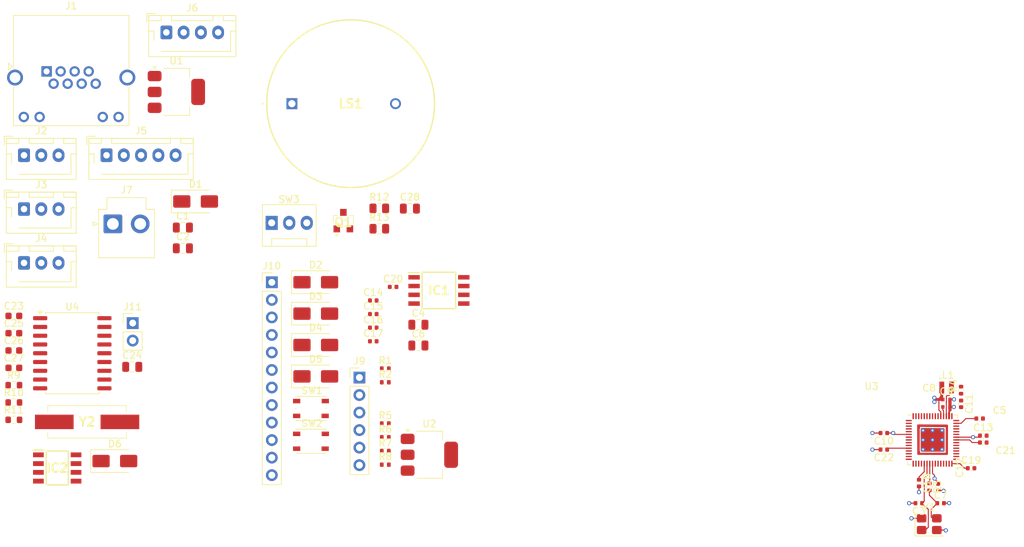
<source format=kicad_pcb>
(kicad_pcb (version 20241229) (generator "pcbnew") (generator_version "9.0")
  (layers (0 "F.Cu" signal) (2 "B.Cu" signal) (13 "F.Paste" user) (15 "B.Paste" user) (5 "F.SilkS" user "F.Silkscreen") (7 "B.SilkS" user "B.Silkscreen") (1 "F.Mask" user) (3 "B.Mask" user) (25 "Edge.Cuts" user))
  (net 0 "")
  (net 1 "+3V3")
  (net 2 "GND")
  (net 3 "/rp2350a/XIN")
  (net 4 "Net-(Y1-CRYSTAL_2)")
  (net 5 "/rp2350a/GPIO0")
  (net 6 "/rp2350a/QSPI_SS")
  (net 7 "/rp2350a/~{USB_BOOT}")
  (net 8 "/rp2350a/XOUT")
  (net 9 "VBUS")
  (net 10 "/imput_5V")
  (net 11 "Net-(J7-Pin_2)")
  (net 12 "+5V")
  (net 13 "+1V1")
  (net 14 "Net-(U3-VREG_AVDD)")
  (net 15 "Net-(U4-OSC2)")
  (net 16 "Net-(U4-OSC1)")
  (net 17 "Net-(LS1-+)")
  (net 18 "Net-(D1-A)")
  (net 19 "Net-(D2-A)")
  (net 20 "/LAN_5V")
  (net 21 "Net-(D6-A)")
  (net 22 "/rp2350a/QSPI_SD0")
  (net 23 "/rp2350a/QSPI_SD1")
  (net 24 "/rp2350a/QSPI_SD3")
  (net 25 "/rp2350a/QSPI_SD2")
  (net 26 "/rp2350a/QSPI_SCLK")
  (net 27 "/CAN_H")
  (net 29 "/CAN_L")
  (net 30 "/CAN/TXCAN")
  (net 31 "/CAN/RXCAN")
  (net 32 "/ELE_ADC")
  (net 33 "/LAD_ADC")
  (net 34 "/SPARE_ADC")
  (net 36 "/SIM_SDA")
  (net 37 "/SIM_SCL")
  (net 38 "/DISPLAY_SCL")
  (net 39 "/DISPLAY_SDA")
  (net 40 "Net-(J10-Pin_1)")
  (net 41 "Net-(J10-Pin_10)")
  (net 42 "Net-(J10-Pin_7)")
  (net 43 "Net-(J10-Pin_3)")
  (net 44 "Net-(J10-Pin_4)")
  (net 45 "Net-(J10-Pin_5)")
  (net 46 "Net-(J10-Pin_2)")
  (net 47 "Net-(J10-Pin_11)")
  (net 48 "Net-(J10-Pin_8)")
  (net 49 "Net-(J10-Pin_12)")
  (net 50 "Net-(J10-Pin_9)")
  (net 51 "Net-(J10-Pin_6)")
  (net 52 "Net-(U3-VREG_LX)")
  (net 53 "Net-(LS1--)")
  (net 54 "Net-(Q1-C)")
  (net 55 "Net-(Q1-B)")
  (net 56 "Net-(R5-Pad1)")
  (net 57 "Net-(U3-USB_DP)")
  (net 58 "/rp2350a/USB_D+")
  (net 59 "/rp2350a/USB_D-")
  (net 60 "Net-(U3-USB_DM)")
  (net 61 "Net-(U4-~{RESET})")
  (net 62 "/Buzzer")
  (net 63 "Net-(U3-RUN)")
  (net 64 "/MOSI")
  (net 65 "/SCK")
  (net 66 "/MISO")
  (net 70 "/CS")
  (net 73 "/INT")
  (footprint "Button_Switch_SMD:SW_Push_1P1T_NO_Vertical_Wuerth_434133025816" (layer "F.Cu") (at 69.46 90.895)
    (property "Reference" "SW2")
    (property "Value" "SW_Push")
  )
  (footprint "RP2350_60QFN_minimal:L_pol_2016" (layer "F.Cu") (at 161.49 83.1)
    (property "Reference" "L1")
    (property "Value" "3.3u")
  )
  (footprint "Resistor_SMD:R_0402_1005Metric" (layer "F.Cu") (at 80.22 82.345)
    (property "Reference" "R2")
    (property "Value" "10k")
  )
  (footprint "Resistor_SMD:R_0402_1005Metric" (layer "F.Cu") (at 80.22 88.315)
    (property "Reference" "R5")
    (property "Value" "1k")
  )
  (footprint "Diode_SMD:D_SMA" (layer "F.Cu") (at 70.155 67.845)
    (property "Reference" "D2")
    (property "Value" "D")
  )
  (footprint "Resistor_SMD:R_0402_1005Metric" (layer "F.Cu") (at 80.22 80.355)
    (property "Reference" "R1")
    (property "Value" "0")
  )
  (footprint "Button_Switch_SMD:SW_Push_1P1T_NO_Vertical_Wuerth_434133025816" (layer "F.Cu") (at 69.46 86.145)
    (property "Reference" "SW1")
    (property "Value" "SW_Push")
  )
  (footprint "RP2350_60QFN_minimal:RP2350-QFN-60-1EP_7x7_P0.4mm_EP3.4x3.4mm_ThermalVias" (layer "F.Cu") (at 159.45 90.7)
    (property "Reference" "U3")
    (property "Value" "RP2350_60QFN")
  )
  (footprint "Connector_PinHeader_2.54mm:PinHeader_1x06_P2.54mm_Vertical" (layer "F.Cu") (at 76.47 81.655)
    (property "Reference" "J9")
    (property "Value" "Conn_01x06")
  )
  (footprint "Diode_SMD:D_SMA" (layer "F.Cu") (at 70.155 76.945)
    (property "Reference" "D4")
    (property "Value" "D")
  )
  (footprint "rp2350:SOIC127P790X216-8N" (layer "F.Cu") (at 87.985 69.035)
    (property "Reference" "IC1")
    (property "Value" "W25Q128JVSIQTR" (hide yes))
  )
  (footprint "Connector_JST:JST_XH_B5B-XH-AM_1x05_P2.50mm_Vertical" (layer "F.Cu") (at 39.86 49.445)
    (property "Reference" "J5")
    (property "Value" "Conn_01x05")
  )
  (footprint "rp2350:2SC3325YLF" (layer "F.Cu") (at 74.145 59.42)
    (property "Reference" "Q1")
    (property "Value" "2SC3325-Y,LF" (hide yes))
  )
  (footprint "Resistor_SMD:R_0402_1005Metric" (layer "F.Cu") (at 163.58 83.49 90)
    (property "Reference" "R4")
    (property "Value" "33")
  )
  (footprint "RP2350_60QFN_minimal:C_0402_1005Metric_small_pads" (layer "F.Cu") (at 161.46 84.84)
    (property "Reference" "C9")
    (property "Value" "4,7u")
  )
  (footprint "Capacitor_SMD:C_0805_2012Metric" (layer "F.Cu") (at 85.01 74.005)
    (property "Reference" "C4")
    (property "Value" "10u")
  )
  (footprint "Capacitor_SMD:C_0402_1005Metric" (layer "F.Cu") (at 160.62 99.87)
    (property "Reference" "C7")
    (property "Value" "15p")
  )
  (footprint "Diode_SMD:D_SMA" (layer "F.Cu") (at 70.155 72.395)
    (property "Reference" "D3")
    (property "Value" "D")
  )
  (footprint "Capacitor_SMD:C_0805_2012Metric" (layer "F.Cu") (at 43.58 80.115)
    (property "Reference" "C24")
    (property "Value" "10μF")
  )
  (footprint "Resistor_SMD:R_0603_1608Metric" (layer "F.Cu") (at 26.44 85.275)
    (property "Reference" "R10")
    (property "Value" "10k")
  )
  (footprint "Crystal:Crystal_SMD_3225-4Pin_3.2x2.5mm" (layer "F.Cu") (at 158.97 102.91)
    (property "Reference" "Y1")
    (property "Value" "ABM8-272-T3")
  )
  (footprint "Capacitor_SMD:C_0402_1005Metric" (layer "F.Cu") (at 157.49 96.95 -90)
    (property "Reference" "C18")
    (property "Value" "100n")
  )
  (footprint "rp2350:PKB24SPCH3601B0" (layer "F.Cu") (at 66.695 41.97)
    (property "Reference" "LS1")
    (property "Value" "PKB24SPCH-3601-B0" (hide yes))
  )
  (footprint "Capacitor_SMD:C_0402_1005Metric" (layer "F.Cu") (at 166.8 90.08)
    (property "Reference" "C13")
    (property "Value" "100n")
  )
  (footprint "Diode_SMD:D_SMA" (layer "F.Cu") (at 70.155 81.495)
    (property "Reference" "D5")
    (property "Value" "D")
  )
  (footprint "Package_TO_SOT_SMD:SOT-223-3_TabPin2" (layer "F.Cu") (at 86.6 92.85)
    (property "Reference" "U2")
    (property "Value" "NCP1117-3.3_SOT223")
  )
  (footprint "Connector_JST:JST_XH_B3B-XH-AM_1x03_P2.50mm_Vertical" (layer "F.Cu") (at 27.91 65.045)
    (property "Reference" "J4")
    (property "Value" "Conn_01x03")
  )
  (footprint "RP2350_60QFN_minimal:C_0402_1005Metric_small_pads" (layer "F.Cu") (at 161.46 85.92)
    (property "Reference" "C8")
    (property "Value" "4.7u")
  )
  (footprint "Capacitor_SMD:C_0402_1005Metric" (layer "F.Cu") (at 157.46 99.87 180)
    (property "Reference" "C3")
    (property "Value" "15p")
  )
  (footprint "Capacitor_SMD:C_0402_1005Metric" (layer "F.Cu") (at 163.59 85.47 -90)
    (property "Reference" "C11")
    (property "Value" "4.7u")
  )
  (footprint "Capacitor_SMD:C_0402_1005Metric" (layer "F.Cu") (at 152.4 89.7 180)
    (property "Reference" "C10")
    (property "Value" "100n")
  )
  (footprint "Connector_JST:JST_XH_B3B-XH-AM_1x03_P2.50mm_Vertical" (layer "F.Cu") (at 27.91 49.445)
    (property "Reference" "J2")
    (property "Value" "Conn_01x03")
  )
  (footprint "Capacitor_SMD:C_0402_1005Metric" (layer "F.Cu") (at 78.48 72.465)
    (property "Reference" "C15")
    (property "Value" "100n")
  )
  (footprint "Connector_RJ:RJ45_Amphenol_RJHSE538X" (layer "F.Cu") (at 31.18 37.295)
    (property "Reference" "J1")
    (property "Value" "RJ45_Shielded")
  )
  (footprint "Capacitor_SMD:C_0805_2012Metric" (layer "F.Cu") (at 83.78 57.175)
    (property "Reference" "C28")
    (property "Value" "1u")
  )
  (footprint "Resistor_SMD:R_0402_1005Metric" (layer "F.Cu") (at 80.22 94.285)
    (property "Reference" "R8")
    (property "Value" "27")
  )
  (footprint "Resistor_SMD:R_0805_2012Metric" (layer "F.Cu") (at 79.35 60.095)
    (property "Reference" "R13")
    (property "Value" "220")
  )
  (footprint "Resistor_SMD:R_0805_2012Metric" (layer "F.Cu") (at 79.35 57.145)
    (property "Reference" "R12")
    (property "Value" "33k")
  )
  (footprint "Connector_JST:JST_XH_B4B-XH-AM_1x04_P2.50mm_Vertical" (layer "F.Cu") (at 48.52 31.645)
    (property "Reference" "J6")
    (property "Value" "Conn_01x04")
  )
  (footprint "Capacitor_SMD:C_0402_1005Metric" (layer "F.Cu") (at 160.28 97.55 -90)
    (property "Reference" "C12")
    (property "Value" "4,7u")
  )
  (footprint "Capacitor_SMD:C_0402_1005Metric" (layer "F.Cu") (at 152.4 92.1 180)
    (property "Reference" "C22")
    (property "Value" "100n")
  )
  (footprint "Capacitor_SMD:C_0402_1005Metric" (layer "F.Cu") (at 78.48 76.405)
    (property "Reference" "C17")
    (property "Value" "100n")
  )
  (footprint "Resistor_SMD:R_0603_1608Metric" (layer "F.Cu") (at 26.44 82.765)
    (property "Reference" "R9")
    (property "Value" "1K")
  )
  (footprint "Diode_SMD:D_SMA" (layer "F.Cu") (at 52.755 56.145)
    (property "Reference" "D1")
    (property "Value" "D")
  )
  (footprint "Capacitor_SMD:C_0402_1005Metric" (layer "F.Cu") (at 81.35 68.525)
    (property "Reference" "C20")
    (property "Value" "100n")
  )
  (footprint "Capacitor_SMD:C_0402_1005Metric" (layer "F.Cu") (at 166.8 91.08)
    (property "Reference" "C21")
    (property "Value" "100n")
  )
  (footprint "Connector_PinHeader_2.54mm:PinHeader_1x02_P2.54mm_Vertical" (layer "F.Cu") (at 43.65 73.765)
    (property "Reference" "J11")
    (property "Value" "Conn_01x02")
  )
  (footprint "Capacitor_SMD:C_0805_2012Metric" (layer "F.Cu") (at 50.91 62.935)
    (property "Reference" "C2")
    (property "Value" "10u")
  )
  (footprint "Connector_JST:JST_XH_B3B-XH-AM_1x03_P2.50mm_Vertical" (layer "F.Cu") (at 27.91 57.245)
    (property "Reference" "J3")
    (property "Value" "Conn_01x03")
  )
  (footprint "Capacitor_SMD:C_0603_1608Metric" (layer "F.Cu") (at 26.44 77.745)
    (property "Reference" "C26")
    (property "Value" "100n")
  )
  (footprint "Package_TO_SOT_SMD:SOT-223-3_TabPin2" (layer "F.Cu") (at 49.97 40.27)
    (property "Reference" "U1")
    (property "Value" "NCP1117-5.0_SOT223")
  )
  (footprint "Resistor_SMD:R_0402_1005Metric" (layer "F.Cu") (at 159 97.5 -90)
    (property "Reference" "R3")
    (property "Value" "1k")
  )
  (footprint "Connector_PinHeader_2.54mm:PinHeader_1x12_P2.54mm_Vertical" (layer "F.Cu") (at 63.79 67.865)
    (property "Reference" "J10")
    (property "Value" "Conn_01x12")
  )
  (footprint "Capacitor_SMD:C_0805_2012Metric" (layer "F.Cu") (at 85.01 77.015)
    (property "Reference" "C6")
    (property "Value" "10u")
  )
  (footprint "Capacitor_SMD:C_0402_1005Metric" (layer "F.Cu") (at 78.48 70.495)
    (property "Reference" "C14")
    (property "Value" "100n")
  )
  (footprint "crystal:ABLS8000MHz12B4YT" (layer "F.Cu") (at 37.045 88.09)
    (property "Reference" "Y2")
    (property "Value" "ABLS-8.000MHZ-12-B-4-Y-T" (hide yes))
  )
  (footprint "Connector_JST:JST_VH_B2P-VH-B_1x02_P3.96mm_Vertical" (layer "F.Cu") (at 40.775 59.395)
    (property "Reference" "J7")
    (property "Value" "電源入力")
  )
  (footprint "Resistor_SMD:R_0603_1608Metric" (layer "F.Cu") (at 26.44 87.785)
    (property "Reference" "R11")
    (property "Value" "120")
  )
  (footprint "Capacitor_SMD:C_0603_1608Metric" (layer "F.Cu") (at 26.44 80.255)
    (property "Reference" "C27")
    (property "Value" "100n")
  )
  (footprint "Resistor_SMD:R_0402_1005Metric" (layer "F.Cu") (at 80.22 92.295)
    (property "Reference" "R7")
    (property "Value" "27")
  )
  (footprint "Resistor_SMD:R_0402_1005Metric" (layer "F.Cu") (at 80.22 90.305)
    (property "Reference" "R6")
    (property "Value" "1k")
  )
  (footprint "Capacitor_SMD:C_0402_1005Metric" (layer "F.Cu") (at 165.03 94.8)
    (property "Reference" "C19")
    (property "Value" "100n")
  )
  (footprint "Capacitor_SMD:C_0603_1608Metric" (layer "F.Cu") (at 26.44 72.725)
    (property "Reference" "C23")
    (property "Value" "22p")
  )
  (footprint "Capacitor_SMD:C_0402_1005Metric" (layer "F.Cu") (at 166.27 87.6 180)
    (property "Reference" "C5")
    (property "Value" "100n")
  )
  (footprint "Connector:FanPinHeader_1x03_P2.54mm_Vertical" (layer "F.Cu") (at 63.77 59.245)
    (property "Reference" "SW3")
    (property "Value" "SW_SPDT")
  )
  (footprint "Diode_SMD:D_SMA" (layer "F.Cu") (at 41.065 93.765)
    (property "Reference" "D6")
    (property "Value" "D")
  )
  (footprint "rp2350:SOIC127P600X175-8N" (layer "F.Cu") (at 32.72 94.765)
    (property "Reference" "IC2")
    (property "Value" "TJA1050T" (hide yes))
  )
  (footprint "Capacitor_SMD:C_0603_1608Metric" (layer "F.Cu") (at 26.44 75.235)
    (property "Reference" "C25")
    (property "Value" "22p")
  )
  (footprint "Capacitor_SMD:C_0805_2012Metric" (layer "F.Cu") (at 50.91 59.925)
    (property "Reference" "C1")
    (property "Value" "10u")
  )
  (footprint "Capacitor_SMD:C_0402_1005Metric" (layer "F.Cu") (at 78.48 74.435)
    (property "Reference" "C16")
    (property "Value" "100n")
  )
  (footprint "Package_SO:SOIC-18W_7.5x11.6mm_P1.27mm" (layer "F.Cu") (at 34.9 78.14)
    (property "Reference" "U4")
    (property "Value" "MCP2515-xSO")
  )
  (segment (start 158.25 94.1375) (end 158.25 95.31) (width 0.15) (layer "F.Cu") (net 1))
  (segment (start 162.8875 90.7) (end 164.82 90.7) (width 0.15) (layer "F.Cu") (net 1))
  (segment (start 161.05 86.48) (end 160.945 86.375) (width 0.15) (layer "F.Cu") (net 1))
  (segment (start 158.25 95.31) (end 157.49 96.07) (width 0.15) (layer "F.Cu") (net 1))
  (segment (start 160.945 86.375) (end 160.945 85.92) (width 0.15) (layer "F.Cu") (net 1))
  (segment (start 165.2 91.08) (end 166.32 91.08) (width 0.15) (layer "F.Cu") (net 1))
  (segment (start 162.25 94.1375) (end 163.4275 94.1375) (width 0.15) (layer "F.Cu") (net 1))
  (segment (start 164.28 87.6) (end 165.79 87.6) (width 0.15) (layer "F.Cu") (net 1))
  (segment (start 156.0125 91.9) (end 153.08 91.9) (width 0.15) (layer "F.Cu") (net 1))
  (segment (start 157.49 96.07) (end 157.49 96.47) (width 0.15) (layer "F.Cu") (net 1))
  (segment (start 163.4275 94.1375) (end 164.09 94.8) (width 0.15) (layer "F.Cu") (net 1))
  (segment (start 164.82 90.7) (end 165.2 91.08) (width 0.15) (layer "F.Cu") (net 1))
  (segment (start 153.08 91.9) (end 152.88 92.1) (width 0.15) (layer "F.Cu") (net 1))
  (segment (start 162.8875 88.3) (end 163.58 88.3) (width 0.15) (layer "F.Cu") (net 1))
  (segment (start 164.09 94.8) (end 164.55 94.8) (width 0.15) (layer "F.Cu") (net 1))
  (segment (start 161.05 87.2625) (end 161.05 86.48) (width 0.15) (layer "F.Cu") (net 1))
  (segment (start 163.58 88.3) (end 164.28 87.6) (width 0.15) (layer "F.Cu") (net 1))
  (segment (start 161.32 103.76) (end 161.37 103.81) (width 0.15) (layer "F.Cu") (net 2))
  (segment (start 151.92 92.1) (end 150.75 92.1) (width 0.15) (layer "F.Cu") (net 2))
  (segment (start 157.49 97.43) (end 157.49 98.27) (width 0.15) (layer "F.Cu") (net 2))
  (segment (start 151.92 89.7) (end 150.75 89.7) (width 0.15) (layer "F.Cu") (net 2))
  (segment (start 161.72 99.87) (end 161.1 99.87) (width 0.15) (layer "F.Cu") (net 2))
  (segment (start 160.28 98.03) (end 160.99 98.03) (width 0.15) (layer "F.Cu") (net 2))
  (segment (start 160.07 103.76) (end 161.32 103.76) (width 0.15) (layer "F.Cu") (net 2))
  (segment (start 161.94 84.83) (end 162.55 84.83) (width 0.15) (layer "F.Cu") (net 2))
  (segment (start 162.55 84.83) (end 162.56 84.82) (width 0.15) (layer "F.Cu") (net 2))
  (segment (start 161.975 85.92) (end 162.53 85.92) (width 0.15) (layer "F.Cu") (net 2))
  (segment (start 161.85 99.86) (end 161.73 99.86) (width 0.15) (layer "F.Cu") (net 2))
  (segment (start 160.99 98.03) (end 161.04 98.08) (width 0.15) (layer "F.Cu") (net 2))
  (segment (start 156.98 99.87) (end 156.07 99.87) (width 0.15) (layer "F.Cu") (net 2))
  (segment (start 161.73 99.86) (end 161.72 99.87) (width 0.15) (layer "F.Cu") (net 2))
  (segment (start 157.87 102.06) (end 156.4 102.06) (width 0.15) (layer "F.Cu") (net 2))
  (via (at 157.49 98.27) (size 0.6) (drill 0.35) (layers "F.Cu" "B.Cu") (net 2))
  (via (at 162.53 85.92) (size 0.6) (drill 0.35) (layers "F.Cu" "B.Cu") (net 2))
  (via (at 156.07 99.87) (size 0.6) (drill 0.35) (layers "F.Cu" "B.Cu") (net 2))
  (via (at 162.56 84.82) (size 0.6) (drill 0.35) (layers "F.Cu" "B.Cu") (net 2))
  (via (at 161.85 99.86) (size 0.6) (drill 0.35) (layers "F.Cu" "B.Cu") (net 2))
  (via (at 150.75 89.7) (size 0.6) (drill 0.35) (layers "F.Cu" "B.Cu") (net 2))
  (via (at 161.04 98.08) (size 0.6) (drill 0.35) (layers "F.Cu" "B.Cu") (net 2))
  (via (at 161.37 103.81) (size 0.6) (drill 0.35) (layers "F.Cu" "B.Cu") (net 2))
  (via (at 156.4 102.06) (size 0.6) (drill 0.35) (layers "F.Cu" "B.Cu") (net 2))
  (via (at 150.75 92.1) (size 0.6) (drill 0.35) (layers "F.Cu" "B.Cu") (net 2))
  (segment (start 158.84 100.77) (end 158.84 103.35) (width 0.15) (layer "F.Cu") (net 3))
  (segment (start 158.65 95.84) (end 158.25 96.24) (width 0.15) (layer "F.Cu") (net 3))
  (segment (start 158.25 96.24) (end 158.25 99.56) (width 0.15) (layer "F.Cu") (net 3))
  (segment (start 157.94 99.87) (end 158.84 100.77) (width 0.15) (layer "F.Cu") (net 3))
  (segment (start 158.65 94.1375) (end 158.65 95.84) (width 0.15) (layer "F.Cu") (net 3))
  (segment (start 158.84 103.35) (end 158.43 103.76) (width 0.15) (layer "F.Cu") (net 3))
  (segment (start 158.25 99.56) (end 157.94 99.87) (width 0.15) (layer "F.Cu") (net 3))
  (segment (start 158.43 103.76) (end 157.87 103.76) (width 0.15) (layer "F.Cu") (net 3))
  (segment (start 159.27 100.74) (end 159.27 101.87) (width 0.15) (layer "F.Cu") (net 4))
  (segment (start 159.46 102.06) (end 160.07 102.06) (width 0.15) (layer "F.Cu") (net 4))
  (segment (start 159.27 101.87) (end 159.46 102.06) (width 0.15) (layer "F.Cu") (net 4))
  (segment (start 160.14 99.87) (end 159.27 100.74) (width 0.15) (layer "F.Cu") (net 4))
  (segment (start 159 98.73) (end 160.14 99.87) (width 0.15) (layer "F.Cu") (net 4))
  (segment (start 159 98.01) (end 159 98.73) (width 0.15) (layer "F.Cu") (net 4))
  (segment (start 159.05 94.1375) (end 159.05 96.94) (width 0.15) (layer "F.Cu") (net 8))
  (segment (start 159.05 96.94) (end 159 96.99) (width 0.15) (layer "F.Cu") (net 8))
  (segment (start 153.845 89.805) (end 153.75 89.71) (width 0.15) (layer "F.Cu") (net 13))
  (segment (start 160.37 84.83) (end 159.94 84.83) (width 0.4) (layer "F.Cu") (net 13))
  (segment (start 164.76 90.3) (end 165.32 90.3) (width 0.15) (layer "F.Cu") (net 13))
  (segment (start 160.64 84.83) (end 160.64 84.56) (width 0.4) (layer "F.Cu") (net 13))
  (segment (start 159.75 95.85) (end 159.45 95.55) (width 0.15) (layer "F.Cu") (net 13))
  (segment (start 159.72 85.05) (end 159.94 84.83) (width 0.15) (layer "F.Cu") (net 13))
  (segment (start 162.8875 90.3) (end 164.76 90.3) (width 0.15) (layer "F.Cu") (net 13))
  (segment (start 160.65 86.66) (end 160.37 86.38) (width 0.15) (layer "F.Cu") (net 13))
  (segment (start 159.77 84.66) (end 159.77 84.93) (width 0.15) (layer "F.Cu") (net 13))
  (segment (start 166.36 90.3) (end 166.37 90.31) (width 0.15) (layer "F.Cu") (net 13))
  (segment (start 153.855 89.805) (end 153.845 89.805) (width 0.15) (layer "F.Cu") (net 13))
  (segment (start 159.75 96.3) (end 159.75 96.385) (width 0.15) (layer "F.Cu") (net 13))
  (segment (start 159.72 85.19) (end 159.72 85.05) (width 0.15) (layer "F.Cu") (net 13))
  (segment (start 159.75 96.3) (end 159.75 95.85) (width 0.15) (layer "F.Cu") (net 13))
  (segment (start 160.65 87.2625) (end 160.65 86.66) (width 0.15) (layer "F.Cu") (net 13))
  (segment (start 160.37 86.38) (end 160.37 84.83) (width 0.15) (layer "F.Cu") (net 13))
  (segment (start 153.75 89.7) (end 153 89.7) (width 0.15) (layer "F.Cu") (net 13))
  (segment (start 159.94 84.83) (end 159.71 84.6) (width 0.15) (layer "F.Cu") (net 13))
  (segment (start 160.79 84.41) (end 160.79 83.1) (width 0.4) (layer "F.Cu") (net 13))
  (segment (start 153.95 89.9) (end 153.855 89.805) (width 0.15) (layer "F.Cu") (net 13))
  (segment (start 159.72 84.98) (end 159.72 85.19) (width 0.15) (layer "F.Cu") (net 13))
  (segment (start 160.64 84.56) (end 160.79 84.41) (width 0.4) (layer "F.Cu") (net 13))
  (segment (start 160.98 84.83) (end 160.64 84.83) (width 0.4) (layer "F.Cu") (net 13))
  (segment (start 159.75 96.385) (end 160.35 96.985) (width 0.15) (layer "F.Cu") (net 13))
  (segment (start 165.32 90.3) (end 166.36 90.3) (width 0.15) (layer "F.Cu") (net 13))
  (segment (start 159.77 84.93) (end 159.72 84.98) (width 0.15) (layer "F.Cu") (net 13))
  (segment (start 159.71 84.6) (end 159.77 84.66) (width 0.15) (layer "F.Cu") (net 13))
  (segment (start 156.0125 89.9) (end 153.95 89.9) (width 0.15) (layer "F.Cu") (net 13))
  (segment (start 159.45 95.55) (end 159.45 94.1375) (width 0.15) (layer "F.Cu") (net 13))
  (segment (start 160.98 84.83) (end 160.37 84.83) (width 0.4) (layer "F.Cu") (net 13))
  (segment (start 153.75 89.71) (end 153.75 89.7) (width 0.15) (layer "F.Cu") (net 13))
  (via (at 165.32 90.3) (size 0.6) (drill 0.35) (layers "F.Cu" "B.Cu") (net 13))
  (via (at 153.75 89.7) (size 0.6) (drill 0.35) (layers "F.Cu" "B.Cu") (net 13))
  (via (at 159.75 96.3) (size 0.6) (drill 0.35) (layers "F.Cu" "B.Cu") (net 13))
  (via (at 159.72 85.19) (size 0.6) (drill 0.35) (layers "F.Cu" "B.Cu") (net 13))
  (via (at 159.71 84.6) (size 0.6) (drill 0.35) (layers "F.Cu" "B.Cu") (net 13))
  (segment (start 162.21 83.89) (end 162.19 83.87) (width 0.15) (layer "F.Cu") (net 52))
  (segment (start 161.54 84.28) (end 161.82 84.28) (width 0.15) (layer "F.Cu") (net 52))
  (segment (start 162.19 83.87) (end 162.19 83.1) (width 0.15) (layer "F.Cu") (net 52))
  (segment (start 161.45 87.2625) (end 161.45 85.191482) (width 0.15) (layer "F.Cu") (net 52))
  (segment (start 161.45 85.191482) (end 161.46 85.181482) (width 0.15) (layer "F.Cu") (net 52))
  (segment (start 161.46 85.181482) (end 161.46 84.36) (width 0.15) (layer "F.Cu") (net 52))
  (segment (start 161.46 84.36) (end 161.54 84.28) (width 0.15) (layer "F.Cu") (net 52))
  (segment (start 161.82 84.28) (end 162.21 83.89) (width 0.15) (layer "F.Cu") (net 52))
  (zone (net 2) (net_name "GND") (layer "F.Cu") (priority 1) (connect_pads (clearance 0)) (min_thickness 0.25) (fill yes (thermal_gap 0.5) (thermal_bridge_width 0.5))
    (polygon (pts (xy 157.68 88.93) (xy 157.71 92.47) (xy 161.2 92.46) (xy 161.2 88.94)))
  )
  (zone (net 13) (net_name "+1V1") (layer "F.Cu") (priority 2) (connect_pads (clearance 0)) (min_thickness 0.25) (fill yes (thermal_gap 0.5) (thermal_bridge_width 0.5))
    (polygon (pts (xy 161.36 88.85) (xy 161.35 92.56) (xy 157.65 92.56) (xy 157.64 88.81) (xy 161.36 88.85) (xy 161.69 88.47) (xy 157.22 88.45) (xy 157.24 92.86) (xy 161.68 92.88) (xy 161.69 88.47) (xy 161.36 88.85)))
  )
  (zone (net 2) (net_name "GND") (layer "F.Cu") (connect_pads (clearance 0)) (min_thickness 0.25) (fill yes (thermal_gap 0.5) (thermal_bridge_width 0.5))
    (polygon (pts (xy 161.7 84.46) (xy 161.69 87.72) (xy 161.99 87.72) (xy 162 86.6) (xy 162.83 86.11) (xy 162.87 84.46)))
  )
)
</source>
